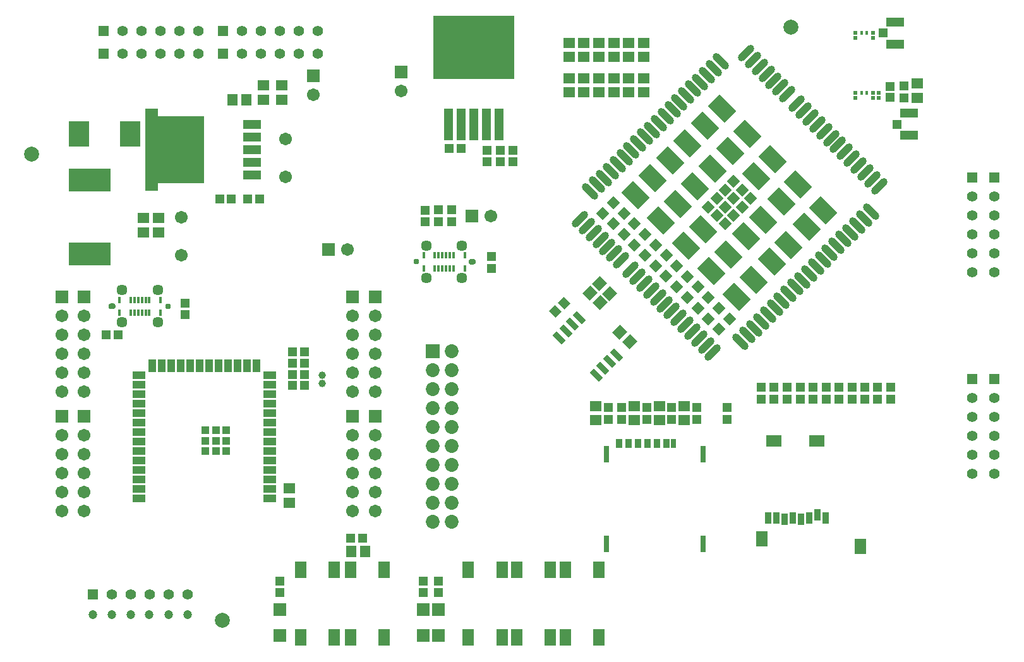
<source format=gts>
G04*
G04 #@! TF.GenerationSoftware,Altium Limited,Altium Designer,24.5.2 (23)*
G04*
G04 Layer_Color=8388736*
%FSLAX25Y25*%
%MOIN*%
G70*
G04*
G04 #@! TF.SameCoordinates,91EA9AA5-0895-4C73-9A31-942236B58547*
G04*
G04*
G04 #@! TF.FilePolarity,Negative*
G04*
G01*
G75*
%ADD48R,0.01975X0.01975*%
%ADD49R,0.01260X0.03504*%
%ADD50C,0.07874*%
%ADD51R,0.09304X0.05013*%
%ADD52R,0.04619X0.04737*%
%ADD53R,0.01778X0.01975*%
%ADD54R,0.04343X0.04343*%
%ADD55R,0.04343X0.06706*%
%ADD56R,0.06706X0.04343*%
%ADD57R,0.03347X0.04842*%
%ADD58R,0.03189X0.04685*%
%ADD59R,0.03084X0.09068*%
%ADD60R,0.02795X0.04685*%
%ADD61R,0.03543X0.06299*%
%ADD62R,0.07887X0.06312*%
%ADD63R,0.06312X0.08280*%
%ADD64R,0.05918X0.05524*%
%ADD65R,0.04501X0.04816*%
%ADD66R,0.04816X0.04501*%
%ADD67R,0.05524X0.05918*%
%ADD68R,0.06312X0.09068*%
%ADD69R,0.06706X0.06706*%
G04:AMPARAMS|DCode=70|XSize=106.42mil|YSize=39.5mil|CornerRadius=19.75mil|HoleSize=0mil|Usage=FLASHONLY|Rotation=45.000|XOffset=0mil|YOffset=0mil|HoleType=Round|Shape=RoundedRectangle|*
%AMROUNDEDRECTD70*
21,1,0.10642,0.00000,0,0,45.0*
21,1,0.06693,0.03950,0,0,45.0*
1,1,0.03950,0.02366,0.02366*
1,1,0.03950,-0.02366,-0.02366*
1,1,0.03950,-0.02366,-0.02366*
1,1,0.03950,0.02366,0.02366*
%
%ADD70ROUNDEDRECTD70*%
G04:AMPARAMS|DCode=71|XSize=106.42mil|YSize=39.5mil|CornerRadius=19.75mil|HoleSize=0mil|Usage=FLASHONLY|Rotation=135.000|XOffset=0mil|YOffset=0mil|HoleType=Round|Shape=RoundedRectangle|*
%AMROUNDEDRECTD71*
21,1,0.10642,0.00000,0,0,135.0*
21,1,0.06693,0.03950,0,0,135.0*
1,1,0.03950,-0.02366,0.02366*
1,1,0.03950,0.02366,-0.02366*
1,1,0.03950,0.02366,-0.02366*
1,1,0.03950,-0.02366,0.02366*
%
%ADD71ROUNDEDRECTD71*%
%ADD72P,0.07256X4X90.0*%
G04:AMPARAMS|DCode=73|XSize=59.18mil|YSize=55.24mil|CornerRadius=0mil|HoleSize=0mil|Usage=FLASHONLY|Rotation=45.000|XOffset=0mil|YOffset=0mil|HoleType=Round|Shape=Rectangle|*
%AMROTATEDRECTD73*
4,1,4,-0.00139,-0.04046,-0.04046,-0.00139,0.00139,0.04046,0.04046,0.00139,-0.00139,-0.04046,0.0*
%
%ADD73ROTATEDRECTD73*%

%ADD74R,0.10642X0.13792*%
%ADD75R,0.09461X0.04934*%
%ADD76R,0.05131X0.04737*%
%ADD77R,0.22060X0.12217*%
G04:AMPARAMS|DCode=78|XSize=126.11mil|YSize=86.74mil|CornerRadius=0mil|HoleSize=0mil|Usage=FLASHONLY|Rotation=135.000|XOffset=0mil|YOffset=0mil|HoleType=Round|Shape=Rectangle|*
%AMROTATEDRECTD78*
4,1,4,0.07525,-0.01392,0.01392,-0.07525,-0.07525,0.01392,-0.01392,0.07525,0.07525,-0.01392,0.0*
%
%ADD78ROTATEDRECTD78*%

G04:AMPARAMS|DCode=79|XSize=45.01mil|YSize=48.16mil|CornerRadius=0mil|HoleSize=0mil|Usage=FLASHONLY|Rotation=225.000|XOffset=0mil|YOffset=0mil|HoleType=Round|Shape=Rectangle|*
%AMROTATEDRECTD79*
4,1,4,-0.00111,0.03294,0.03294,-0.00111,0.00111,-0.03294,-0.03294,0.00111,-0.00111,0.03294,0.0*
%
%ADD79ROTATEDRECTD79*%

%ADD80C,0.04737*%
G04:AMPARAMS|DCode=81|XSize=29.65mil|YSize=69.02mil|CornerRadius=0mil|HoleSize=0mil|Usage=FLASHONLY|Rotation=45.000|XOffset=0mil|YOffset=0mil|HoleType=Round|Shape=Rectangle|*
%AMROTATEDRECTD81*
4,1,4,0.01392,-0.03489,-0.03489,0.01392,-0.01392,0.03489,0.03489,-0.01392,0.01392,-0.03489,0.0*
%
%ADD81ROTATEDRECTD81*%

%ADD82R,0.43100X0.33500*%
%ADD83R,0.04900X0.16700*%
%ADD84C,0.06706*%
%ADD85R,0.06706X0.06706*%
%ADD86C,0.03044*%
%ADD87C,0.05709*%
%ADD88R,0.07296X0.07296*%
%ADD89C,0.07296*%
%ADD90R,0.05603X0.05603*%
%ADD91C,0.05603*%
%ADD92R,0.05603X0.05603*%
%ADD93C,0.03950*%
G36*
X81942Y285830D02*
X81961Y285827D01*
X82284D01*
Y285504D01*
X82287Y285485D01*
X82291Y285433D01*
Y281700D01*
X106299D01*
X106351Y281697D01*
X106370Y281693D01*
X106693D01*
Y281370D01*
X106697Y281351D01*
X106700Y281299D01*
Y247047D01*
X106697Y246995D01*
X106693Y246976D01*
Y246654D01*
X106370D01*
X106351Y246650D01*
X106299Y246646D01*
X82291D01*
Y242913D01*
X82287Y242861D01*
X82284Y242842D01*
Y242520D01*
X81961D01*
X81942Y242516D01*
X81890Y242512D01*
X76102D01*
X76050Y242516D01*
X76031Y242520D01*
X75709D01*
Y242842D01*
X75705Y242861D01*
X75701Y242913D01*
Y285433D01*
X75705Y285485D01*
X75709Y285504D01*
Y285827D01*
X76031D01*
X76050Y285830D01*
X76102Y285834D01*
X81890D01*
X81942Y285830D01*
D02*
G37*
G36*
X248529Y206581D02*
X248608Y206577D01*
X248687Y206565D01*
X248765Y206553D01*
X248844Y206534D01*
X248919Y206510D01*
X248994Y206482D01*
X249069Y206455D01*
X249139Y206419D01*
X249210Y206380D01*
X249277Y206341D01*
X249340Y206293D01*
X249403Y206246D01*
X249466Y206195D01*
X249521Y206140D01*
X249576Y206085D01*
X249628Y206022D01*
X249675Y205959D01*
X249722Y205896D01*
X249762Y205825D01*
X249801Y205758D01*
X249836Y205687D01*
X249864Y205612D01*
X249891Y205537D01*
X249915Y205463D01*
X249935Y205384D01*
X249947Y205305D01*
X249958Y205226D01*
X249962Y205148D01*
X249966Y205069D01*
X249962Y204990D01*
X249958Y204911D01*
X249947Y204833D01*
X249935Y204754D01*
X249915Y204675D01*
X249891Y204601D01*
X249864Y204526D01*
X249836Y204451D01*
X249801Y204380D01*
X249762Y204313D01*
X249722Y204242D01*
X249675Y204179D01*
X249628Y204116D01*
X249576Y204053D01*
X249521Y203998D01*
X249466Y203943D01*
X249403Y203892D01*
X249340Y203844D01*
X249277Y203797D01*
X249210Y203758D01*
X249139Y203719D01*
X249069Y203683D01*
X248994Y203656D01*
X248919Y203628D01*
X248844Y203604D01*
X248765Y203585D01*
X248687Y203573D01*
X248608Y203561D01*
X248529Y203557D01*
X248450Y203553D01*
X247663D01*
X247584Y203557D01*
X247506Y203561D01*
X247427Y203573D01*
X247348Y203585D01*
X247269Y203604D01*
X247195Y203628D01*
X247120Y203656D01*
X247045Y203683D01*
X246974Y203719D01*
X246903Y203758D01*
X246836Y203797D01*
X246773Y203844D01*
X246710Y203892D01*
X246647Y203943D01*
X246592Y203998D01*
X246537Y204053D01*
X246486Y204116D01*
X246439Y204179D01*
X246392Y204242D01*
X246352Y204309D01*
X246313Y204380D01*
X246277Y204451D01*
X246250Y204526D01*
X246222Y204601D01*
X246199Y204675D01*
X246179Y204754D01*
X246167Y204833D01*
X246155Y204911D01*
X246151Y204990D01*
X246147Y205069D01*
X246151Y205148D01*
X246155Y205226D01*
X246167Y205305D01*
X246179Y205384D01*
X246199Y205463D01*
X246222Y205537D01*
X246250Y205612D01*
X246277Y205687D01*
X246313Y205758D01*
X246352Y205825D01*
X246392Y205896D01*
X246439Y205959D01*
X246486Y206022D01*
X246537Y206085D01*
X246592Y206140D01*
X246647Y206195D01*
X246710Y206246D01*
X246773Y206293D01*
X246836Y206341D01*
X246907Y206380D01*
X246974Y206419D01*
X247045Y206455D01*
X247120Y206482D01*
X247195Y206510D01*
X247269Y206534D01*
X247348Y206553D01*
X247427Y206565D01*
X247506Y206577D01*
X247584Y206581D01*
X247663Y206585D01*
X248450D01*
X248529Y206581D01*
D02*
G37*
G36*
X58543Y183067D02*
X58622Y183063D01*
X58701Y183051D01*
X58780Y183039D01*
X58858Y183020D01*
X58933Y182996D01*
X59008Y182968D01*
X59083Y182941D01*
X59153Y182905D01*
X59224Y182866D01*
X59291Y182827D01*
X59354Y182780D01*
X59417Y182732D01*
X59480Y182681D01*
X59535Y182626D01*
X59591Y182571D01*
X59642Y182508D01*
X59689Y182445D01*
X59736Y182382D01*
X59776Y182315D01*
X59815Y182244D01*
X59850Y182173D01*
X59878Y182098D01*
X59905Y182024D01*
X59929Y181949D01*
X59949Y181870D01*
X59961Y181791D01*
X59972Y181713D01*
X59976Y181634D01*
X59980Y181555D01*
X59976Y181476D01*
X59972Y181398D01*
X59961Y181319D01*
X59949Y181240D01*
X59929Y181161D01*
X59905Y181087D01*
X59878Y181012D01*
X59850Y180937D01*
X59815Y180866D01*
X59776Y180799D01*
X59736Y180728D01*
X59689Y180665D01*
X59642Y180602D01*
X59591Y180539D01*
X59535Y180484D01*
X59480Y180429D01*
X59417Y180378D01*
X59354Y180331D01*
X59291Y180283D01*
X59220Y180244D01*
X59153Y180205D01*
X59083Y180169D01*
X59008Y180142D01*
X58933Y180114D01*
X58858Y180091D01*
X58780Y180071D01*
X58701Y180059D01*
X58622Y180047D01*
X58543Y180043D01*
X58465Y180039D01*
X57677D01*
X57598Y180043D01*
X57520Y180047D01*
X57441Y180059D01*
X57362Y180071D01*
X57284Y180091D01*
X57209Y180114D01*
X57134Y180142D01*
X57059Y180169D01*
X56988Y180205D01*
X56917Y180244D01*
X56850Y180283D01*
X56787Y180331D01*
X56724Y180378D01*
X56661Y180429D01*
X56606Y180484D01*
X56551Y180539D01*
X56500Y180602D01*
X56453Y180665D01*
X56406Y180728D01*
X56366Y180799D01*
X56327Y180866D01*
X56291Y180937D01*
X56264Y181012D01*
X56236Y181087D01*
X56213Y181161D01*
X56193Y181240D01*
X56181Y181319D01*
X56169Y181398D01*
X56165Y181476D01*
X56161Y181555D01*
X56165Y181634D01*
X56169Y181713D01*
X56181Y181791D01*
X56193Y181870D01*
X56213Y181949D01*
X56236Y182024D01*
X56264Y182098D01*
X56291Y182173D01*
X56327Y182244D01*
X56366Y182311D01*
X56406Y182382D01*
X56453Y182445D01*
X56500Y182508D01*
X56551Y182571D01*
X56606Y182626D01*
X56661Y182681D01*
X56724Y182732D01*
X56787Y182780D01*
X56850Y182827D01*
X56917Y182866D01*
X56988Y182905D01*
X57059Y182941D01*
X57134Y182968D01*
X57209Y182996D01*
X57284Y183020D01*
X57362Y183039D01*
X57441Y183051D01*
X57520Y183063D01*
X57598Y183067D01*
X57677Y183071D01*
X58465D01*
X58543Y183067D01*
D02*
G37*
D48*
X459487Y325984D02*
D03*
Y323228D02*
D03*
X450338Y325984D02*
D03*
Y323228D02*
D03*
X459487Y294314D02*
D03*
Y291558D02*
D03*
X450338Y294314D02*
D03*
Y291558D02*
D03*
X462557Y294314D02*
D03*
Y291558D02*
D03*
D49*
X83661Y178150D02*
D03*
X77756D02*
D03*
X75787D02*
D03*
X73819D02*
D03*
X71850D02*
D03*
X69882D02*
D03*
X67913D02*
D03*
X62008D02*
D03*
Y184961D02*
D03*
X67913D02*
D03*
X69882D02*
D03*
X71850D02*
D03*
X73819D02*
D03*
X75787D02*
D03*
X77756D02*
D03*
X83661D02*
D03*
X222466Y208474D02*
D03*
X228372D02*
D03*
X230340D02*
D03*
X232309D02*
D03*
X234277D02*
D03*
X236246D02*
D03*
X238214D02*
D03*
X244120D02*
D03*
Y201663D02*
D03*
X238214D02*
D03*
X236246D02*
D03*
X234277D02*
D03*
X232309D02*
D03*
X230340D02*
D03*
X228372D02*
D03*
X222466D02*
D03*
D50*
X416339Y328740D02*
D03*
X15748Y261811D02*
D03*
X116142Y15748D02*
D03*
D51*
X131890Y277559D02*
D03*
Y270866D02*
D03*
Y264173D02*
D03*
Y257480D02*
D03*
Y250787D02*
D03*
D52*
X468774Y291869D02*
D03*
Y297656D02*
D03*
D53*
X453567Y325787D02*
D03*
X456126D02*
D03*
X453568Y294128D02*
D03*
X456127D02*
D03*
D54*
X118307Y105118D02*
D03*
X112795D02*
D03*
X107283D02*
D03*
Y110630D02*
D03*
X112795D02*
D03*
X118307D02*
D03*
Y116142D02*
D03*
X112795D02*
D03*
X107283D02*
D03*
D55*
X79390Y150157D02*
D03*
X134390D02*
D03*
X129390D02*
D03*
X84390D02*
D03*
X89390D02*
D03*
X94390D02*
D03*
X99390D02*
D03*
X104390D02*
D03*
X109390D02*
D03*
X114390D02*
D03*
X119390D02*
D03*
X124390D02*
D03*
D56*
X72441Y80236D02*
D03*
Y85236D02*
D03*
Y90236D02*
D03*
Y95236D02*
D03*
Y100236D02*
D03*
Y105236D02*
D03*
Y110236D02*
D03*
Y115236D02*
D03*
Y120236D02*
D03*
Y125236D02*
D03*
Y130236D02*
D03*
Y135236D02*
D03*
Y140236D02*
D03*
Y145236D02*
D03*
X141339D02*
D03*
Y140236D02*
D03*
Y135236D02*
D03*
Y130236D02*
D03*
Y125236D02*
D03*
Y120236D02*
D03*
Y115236D02*
D03*
Y110236D02*
D03*
Y105236D02*
D03*
Y100236D02*
D03*
Y95236D02*
D03*
Y90236D02*
D03*
Y85236D02*
D03*
Y80236D02*
D03*
D57*
X345512Y109222D02*
D03*
X335512D02*
D03*
X325512D02*
D03*
X340512D02*
D03*
X330512D02*
D03*
D58*
X350512D02*
D03*
D59*
X370079Y103376D02*
D03*
Y56132D02*
D03*
X318898D02*
D03*
Y103376D02*
D03*
D60*
X354252Y109222D02*
D03*
D61*
X412854Y69193D02*
D03*
X421516D02*
D03*
X430177Y71555D02*
D03*
X434508Y69980D02*
D03*
X404193D02*
D03*
X408524D02*
D03*
X417185D02*
D03*
X425846D02*
D03*
D62*
X429823Y110531D02*
D03*
X407382D02*
D03*
D63*
X452854Y54823D02*
D03*
X401083Y58760D02*
D03*
D64*
X137795Y298031D02*
D03*
Y290551D02*
D03*
X151575Y85433D02*
D03*
Y77953D02*
D03*
X147638Y290551D02*
D03*
Y298031D02*
D03*
X74761Y220669D02*
D03*
Y228150D02*
D03*
X82677Y220669D02*
D03*
Y228150D02*
D03*
X482941Y291658D02*
D03*
Y299138D02*
D03*
X313369Y121342D02*
D03*
Y128822D02*
D03*
X333671Y121342D02*
D03*
Y128822D02*
D03*
X346858Y121342D02*
D03*
Y128822D02*
D03*
X359933Y121342D02*
D03*
Y128822D02*
D03*
X338583Y320669D02*
D03*
Y313189D02*
D03*
X330709Y320669D02*
D03*
Y313189D02*
D03*
X322835Y320669D02*
D03*
Y313189D02*
D03*
X314961Y320669D02*
D03*
Y313189D02*
D03*
X307087Y320669D02*
D03*
Y313189D02*
D03*
X299213Y320669D02*
D03*
Y313189D02*
D03*
X338583Y301969D02*
D03*
Y294488D02*
D03*
X330709Y301969D02*
D03*
Y294488D02*
D03*
X322835Y301969D02*
D03*
Y294488D02*
D03*
X314961Y301969D02*
D03*
Y294488D02*
D03*
X307087Y301969D02*
D03*
Y294488D02*
D03*
X299213Y301969D02*
D03*
Y294488D02*
D03*
D65*
X153386Y145669D02*
D03*
X159606D02*
D03*
X153386Y139764D02*
D03*
X159606D02*
D03*
X153386Y151575D02*
D03*
X159606D02*
D03*
X159606Y157480D02*
D03*
X153386D02*
D03*
X190118Y59055D02*
D03*
X183898D02*
D03*
X54961Y166339D02*
D03*
X61181D02*
D03*
X129764Y238189D02*
D03*
X135984D02*
D03*
X114842D02*
D03*
X121063D02*
D03*
X236063Y264764D02*
D03*
X242284D02*
D03*
D66*
X96457Y183228D02*
D03*
Y177008D02*
D03*
X146653Y36575D02*
D03*
Y30354D02*
D03*
X475862Y291652D02*
D03*
Y297873D02*
D03*
X223425Y232283D02*
D03*
Y226063D02*
D03*
X230315Y232441D02*
D03*
Y226220D02*
D03*
X237205Y232441D02*
D03*
Y226220D02*
D03*
X258411Y207706D02*
D03*
Y201485D02*
D03*
X366754Y128192D02*
D03*
Y121972D02*
D03*
X353369Y128192D02*
D03*
Y121972D02*
D03*
X340430Y128192D02*
D03*
Y121972D02*
D03*
X320098Y128192D02*
D03*
Y121972D02*
D03*
X327010Y128192D02*
D03*
Y121972D02*
D03*
X434831Y138735D02*
D03*
Y132515D02*
D03*
X448461Y138735D02*
D03*
Y132515D02*
D03*
X468851Y138735D02*
D03*
Y132515D02*
D03*
X400562Y138735D02*
D03*
Y132515D02*
D03*
X421146Y138735D02*
D03*
Y132515D02*
D03*
X414220Y138735D02*
D03*
Y132515D02*
D03*
X407390Y138735D02*
D03*
Y132515D02*
D03*
X462036Y138735D02*
D03*
Y132515D02*
D03*
X455276Y138735D02*
D03*
Y132515D02*
D03*
X441591Y138735D02*
D03*
Y132515D02*
D03*
X427905Y138735D02*
D03*
Y132515D02*
D03*
X230315Y36575D02*
D03*
Y30354D02*
D03*
X222441Y36575D02*
D03*
Y30354D02*
D03*
X262795Y263937D02*
D03*
Y257716D02*
D03*
X269685Y257716D02*
D03*
Y263937D02*
D03*
X255906Y257716D02*
D03*
Y263937D02*
D03*
X382663Y128192D02*
D03*
Y121972D02*
D03*
D67*
X184252Y52165D02*
D03*
X191732D02*
D03*
X128937Y290354D02*
D03*
X121457D02*
D03*
D68*
X157480Y6693D02*
D03*
X175197D02*
D03*
Y42520D02*
D03*
X157480D02*
D03*
X201772Y6693D02*
D03*
X184055D02*
D03*
Y42520D02*
D03*
X201772D02*
D03*
X297244Y6693D02*
D03*
X314961D02*
D03*
Y42520D02*
D03*
X297244D02*
D03*
X271595Y6693D02*
D03*
X289311D02*
D03*
Y42520D02*
D03*
X271595D02*
D03*
X246063Y6693D02*
D03*
X263779D02*
D03*
Y42520D02*
D03*
X246063D02*
D03*
D69*
X146653Y21654D02*
D03*
Y7874D02*
D03*
X230315Y21654D02*
D03*
Y7874D02*
D03*
X222441Y21654D02*
D03*
Y7874D02*
D03*
X210630Y305197D02*
D03*
X164370Y303228D02*
D03*
X31496Y186417D02*
D03*
X43307D02*
D03*
X185039D02*
D03*
X196850D02*
D03*
X31496Y123425D02*
D03*
X43307D02*
D03*
X185039D02*
D03*
X196850D02*
D03*
D70*
X304935Y227451D02*
D03*
X308554Y223832D02*
D03*
X312173Y220213D02*
D03*
X315792Y216594D02*
D03*
X441067Y266704D02*
D03*
X437448Y270323D02*
D03*
X433829Y273942D02*
D03*
X331660Y200726D02*
D03*
X335279Y197107D02*
D03*
X422972Y284799D02*
D03*
X419353Y288418D02*
D03*
X392628Y315144D02*
D03*
X396247Y311525D02*
D03*
X399866Y307906D02*
D03*
X403485Y304287D02*
D03*
X407104Y300667D02*
D03*
X410723Y297048D02*
D03*
X414342Y293429D02*
D03*
X426591Y281180D02*
D03*
X430210Y277561D02*
D03*
X444686Y263085D02*
D03*
X448305Y259466D02*
D03*
X451924Y255847D02*
D03*
X455543Y252228D02*
D03*
X459162Y248609D02*
D03*
X462781Y244990D02*
D03*
X375089Y157297D02*
D03*
X371470Y160916D02*
D03*
X367851Y164535D02*
D03*
X364232Y168155D02*
D03*
X360613Y171774D02*
D03*
X356994Y175393D02*
D03*
X353375Y179012D02*
D03*
X349756Y182631D02*
D03*
X346137Y186250D02*
D03*
X342518Y189869D02*
D03*
X338898Y193488D02*
D03*
X326649Y205737D02*
D03*
X323030Y209356D02*
D03*
X319411Y212975D02*
D03*
D71*
X415038Y188059D02*
D03*
X418657Y191678D02*
D03*
X422276Y195297D02*
D03*
X425895Y198916D02*
D03*
X454847Y227869D02*
D03*
X353792Y285495D02*
D03*
X350173Y281876D02*
D03*
X346554Y278257D02*
D03*
X342935Y274638D02*
D03*
X339316Y271019D02*
D03*
X313983Y245686D02*
D03*
X310364Y242067D02*
D03*
X389704Y162726D02*
D03*
X393323Y166345D02*
D03*
X317602Y249305D02*
D03*
X321221Y252924D02*
D03*
X324840Y256543D02*
D03*
X328459Y260162D02*
D03*
X332078Y263781D02*
D03*
X335697Y267400D02*
D03*
X357411Y289114D02*
D03*
X361030Y292733D02*
D03*
X364650Y296352D02*
D03*
X368268Y299971D02*
D03*
X371888Y303590D02*
D03*
X375507Y307209D02*
D03*
X379126Y310829D02*
D03*
X458466Y231488D02*
D03*
X451228Y224250D02*
D03*
X447609Y220631D02*
D03*
X443990Y217012D02*
D03*
X440371Y213393D02*
D03*
X436752Y209774D02*
D03*
X433133Y206154D02*
D03*
X429514Y202536D02*
D03*
X411419Y184440D02*
D03*
X407800Y180821D02*
D03*
X404181Y177202D02*
D03*
X400562Y173583D02*
D03*
X396942Y169964D02*
D03*
D72*
X386085Y247356D02*
D03*
X390540Y242902D02*
D03*
X394994Y238448D02*
D03*
X386085D02*
D03*
X390540Y233993D02*
D03*
X377177Y238448D02*
D03*
X381631Y233993D02*
D03*
X377177Y229539D02*
D03*
X381631Y225085D02*
D03*
X328181Y230653D02*
D03*
X339316Y219517D02*
D03*
X372723Y186110D02*
D03*
X378291Y180543D02*
D03*
X383858Y174975D02*
D03*
X317045Y230653D02*
D03*
X322613Y225085D02*
D03*
X328181Y219517D02*
D03*
X333748Y213949D02*
D03*
X339316Y208382D02*
D03*
X344884Y202814D02*
D03*
X350173Y197524D02*
D03*
X356019Y191678D02*
D03*
X372723Y174975D02*
D03*
X378291Y169407D02*
D03*
X367155Y180543D02*
D03*
X361587Y186110D02*
D03*
X367155Y191678D02*
D03*
X361587Y197246D02*
D03*
X356019Y202814D02*
D03*
X350452Y208382D02*
D03*
X344884Y213949D02*
D03*
X333748Y225085D02*
D03*
X322613Y236221D02*
D03*
X372723Y233993D02*
D03*
X386085Y229539D02*
D03*
X381631Y242902D02*
D03*
D73*
X310347Y188668D02*
D03*
X315637Y183379D02*
D03*
X315269Y193590D02*
D03*
X320558Y188300D02*
D03*
X331385Y162710D02*
D03*
X326096Y167999D02*
D03*
D74*
X40748Y272638D02*
D03*
X67520D02*
D03*
D75*
X478642Y283366D02*
D03*
Y271752D02*
D03*
X471391Y331594D02*
D03*
Y319980D02*
D03*
D76*
X472146Y277559D02*
D03*
X464895Y325787D02*
D03*
D77*
X46260Y248031D02*
D03*
Y209055D02*
D03*
D78*
X387756Y186667D02*
D03*
X374393Y200030D02*
D03*
X361030Y213393D02*
D03*
X347668Y226755D02*
D03*
X334305Y240118D02*
D03*
X396664Y195576D02*
D03*
X383301Y208938D02*
D03*
X369939Y222301D02*
D03*
X356576Y235664D02*
D03*
X343214Y249026D02*
D03*
X406129Y205041D02*
D03*
X392767Y218404D02*
D03*
X365624Y244711D02*
D03*
X352679Y258492D02*
D03*
X415038Y213949D02*
D03*
X401675Y227312D02*
D03*
X374950Y254037D02*
D03*
X361587Y267400D02*
D03*
X424503Y223415D02*
D03*
X411140Y236777D02*
D03*
X397778Y250140D02*
D03*
X384415Y263503D02*
D03*
X371052Y276865D02*
D03*
X433411Y232323D02*
D03*
X420049Y245686D02*
D03*
X406686Y259048D02*
D03*
X393323Y272411D02*
D03*
X379961Y285774D02*
D03*
D79*
X292092Y178903D02*
D03*
X296491Y183302D02*
D03*
D80*
X47835Y18701D02*
D03*
X57835D02*
D03*
X67835D02*
D03*
X77762D02*
D03*
X87835D02*
D03*
X97835D02*
D03*
D81*
X313565Y145317D02*
D03*
X317101Y148852D02*
D03*
X320636Y152388D02*
D03*
X324172Y155923D02*
D03*
X293939Y164943D02*
D03*
X297474Y168479D02*
D03*
X301010Y172014D02*
D03*
X304545Y175550D02*
D03*
D82*
X249016Y318110D02*
D03*
D83*
X262402Y277365D02*
D03*
X255709D02*
D03*
X249016D02*
D03*
X242323D02*
D03*
X235630D02*
D03*
D84*
X210630Y295197D02*
D03*
X257953Y229331D02*
D03*
X182165Y211614D02*
D03*
X164370Y293228D02*
D03*
X94488Y228346D02*
D03*
Y208661D02*
D03*
X149606Y250000D02*
D03*
Y269685D02*
D03*
X31496Y136417D02*
D03*
Y146417D02*
D03*
Y156417D02*
D03*
Y166417D02*
D03*
Y176417D02*
D03*
X43307Y136417D02*
D03*
Y146417D02*
D03*
Y156417D02*
D03*
Y166417D02*
D03*
Y176417D02*
D03*
X185039Y136417D02*
D03*
Y146417D02*
D03*
Y156417D02*
D03*
Y166417D02*
D03*
Y176417D02*
D03*
X196850Y136417D02*
D03*
Y146417D02*
D03*
Y156417D02*
D03*
Y166417D02*
D03*
Y176417D02*
D03*
X31496Y73425D02*
D03*
Y83425D02*
D03*
Y93425D02*
D03*
Y103425D02*
D03*
Y113425D02*
D03*
X43307Y73425D02*
D03*
Y83425D02*
D03*
Y93425D02*
D03*
Y103425D02*
D03*
Y113425D02*
D03*
X185039Y73425D02*
D03*
Y83425D02*
D03*
Y93425D02*
D03*
Y103425D02*
D03*
Y113425D02*
D03*
X196850Y73425D02*
D03*
Y83425D02*
D03*
Y93425D02*
D03*
Y103425D02*
D03*
Y113425D02*
D03*
D85*
X247953Y229331D02*
D03*
X172165Y211614D02*
D03*
D86*
X87598Y181555D02*
D03*
X218529Y205069D02*
D03*
D87*
X82284Y173091D02*
D03*
X63386D02*
D03*
X82284Y190020D02*
D03*
X63386D02*
D03*
X223844Y213533D02*
D03*
X242742D02*
D03*
X223844Y196604D02*
D03*
X242742D02*
D03*
D88*
X227362Y157992D02*
D03*
D89*
X237362D02*
D03*
X227362Y147992D02*
D03*
X237362D02*
D03*
X227362Y137992D02*
D03*
X237362D02*
D03*
X227362Y127992D02*
D03*
X237362D02*
D03*
X227362Y117992D02*
D03*
X237362D02*
D03*
X227362Y107992D02*
D03*
X237362D02*
D03*
X227362Y97992D02*
D03*
X237362D02*
D03*
X227362Y87992D02*
D03*
X237362D02*
D03*
X227362Y77992D02*
D03*
X237362D02*
D03*
X227362Y67992D02*
D03*
X237362D02*
D03*
D90*
X53740Y314961D02*
D03*
X116732D02*
D03*
X53740Y326772D02*
D03*
X47835Y29528D02*
D03*
X116732Y326772D02*
D03*
D91*
X63740Y314961D02*
D03*
X73740D02*
D03*
X83740D02*
D03*
X93740D02*
D03*
X103740D02*
D03*
X126732D02*
D03*
X136732D02*
D03*
X146732D02*
D03*
X156732D02*
D03*
X166732D02*
D03*
X63740Y326772D02*
D03*
X73740D02*
D03*
X83740D02*
D03*
X93740D02*
D03*
X103740D02*
D03*
X57835Y29528D02*
D03*
X67835D02*
D03*
X77835D02*
D03*
X87835D02*
D03*
X97835D02*
D03*
X523622Y133110D02*
D03*
Y123110D02*
D03*
Y113110D02*
D03*
Y103110D02*
D03*
Y93110D02*
D03*
X511811Y239409D02*
D03*
Y229410D02*
D03*
Y219409D02*
D03*
Y209409D02*
D03*
Y199409D02*
D03*
X523622Y239409D02*
D03*
Y229410D02*
D03*
Y219409D02*
D03*
Y209409D02*
D03*
Y199409D02*
D03*
X126732Y326772D02*
D03*
X136732D02*
D03*
X146732D02*
D03*
X156732D02*
D03*
X166732D02*
D03*
X511811Y133110D02*
D03*
Y123110D02*
D03*
Y113110D02*
D03*
Y103110D02*
D03*
Y93110D02*
D03*
D92*
X523622Y143110D02*
D03*
X511811Y249410D02*
D03*
X523622D02*
D03*
X511811Y143110D02*
D03*
D93*
X168824Y140923D02*
D03*
Y145073D02*
D03*
M02*

</source>
